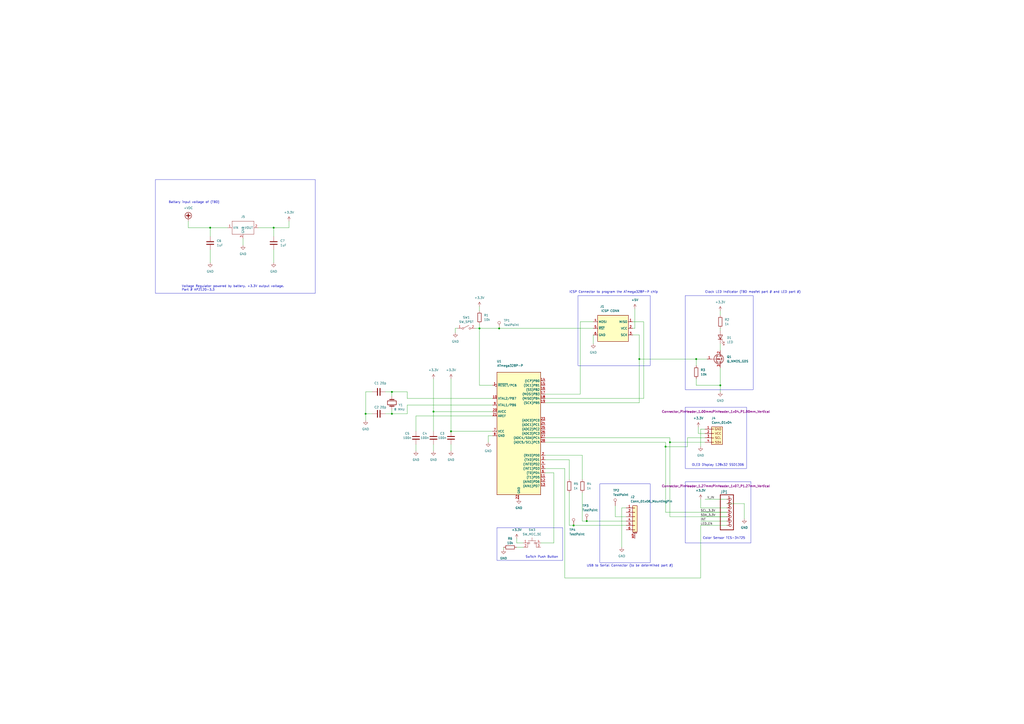
<source format=kicad_sch>
(kicad_sch (version 20230121) (generator eeschema)
  (paper "A2")
  (lib_symbols
    (symbol "Adafruit TCS34725-eagle-import:HEADER-1X770MIL"
      (property "Reference" "JP" (at -6.35 10.795 0))
      (symbol "HEADER-1X770MIL_1_0"
        (polyline (pts (xy -6.35 -10.16) (xy 1.27 -10.16)) (stroke (width 0.4064)))
        (polyline (pts (xy -6.35 10.16) (xy -6.35 -10.16)) (stroke (width 0.4064)))
        (polyline (pts (xy 1.27 -10.16) (xy 1.27 10.16)) (stroke (width 0.4064)))
        (polyline (pts (xy 1.27 10.16) (xy -6.35 10.16)) (stroke (width 0.4064)))
        (pin passive inverted (at -2.54 7.62 0) (length 2.54) (name "1") (number "1"))
        (pin passive inverted (at -2.54 5.08 0) (length 2.54) (name "2") (number "2"))
        (pin passive inverted (at -2.54 2.54 0) (length 2.54) (name "3") (number "3"))
        (pin passive inverted (at -2.54 0 0) (length 2.54) (name "4") (number "4"))
        (pin passive inverted (at -2.54 -2.54 0) (length 2.54) (name "5") (number "5"))
        (pin passive inverted (at -2.54 -5.08 0) (length 2.54) (name "6") (number "6"))
        (pin passive inverted (at -2.54 -7.62 0) (length 2.54) (name "7") (number "7"))
      )
    )
    (symbol "Connector:Conn_PIC_ICSP_ICD"
      (property "Reference" "J1" (at -3.81 12.7 0))
      (property "Value" "ICSP CONN" (at 5.08 10.16 0))
      (symbol "Conn_PIC_ICSP_ICD_0_1"
        (rectangle (start -7.62 7.62) (end 10.16 -7.62) (stroke (width 0.254)) (fill (type background)))
      )
      (symbol "Conn_PIC_ICSP_ICD_1_1"
        (pin bidirectional line (at 12.7 3.81 180) (length 2.54) (name "MISO") (number "1"))
        (pin output line (at 12.7 0 180) (length 2.54) (name "VCC") (number "2"))
        (pin output line (at 12.7 -3.81 180) (length 2.54) (name "SCK") (number "3"))
        (pin bidirectional line (at -10.16 3.81 0) (length 2.54) (name "MOSI") (number "4"))
        (pin output line (at -10.16 0 0) (length 2.54) (name "~{RST}") (number "5"))
        (pin output line (at -10.16 -3.81 0) (length 2.54) (name "GND") (number "6"))
      )
    )
    (symbol "Connector:TestPoint" (pin_numbers hide) (pin_names (offset 0.762) hide)
      (property "Reference" "TP" (at 0 6.858 0))
      (property "Value" "TestPoint" (at 0 5.08 0))
      (symbol "TestPoint_0_1"
        (circle (center 0 3.302) (radius 0.762))
      )
      (symbol "TestPoint_1_1"
        (pin passive line (at 0 0 90) (length 2.54) (name "1") (number "1"))
      )
    )
    (symbol "Connector_Generic:Conn_01x04" (pin_names (offset 1.016) hide)
      (property "Reference" "J4" (at -1.27 8.89 0))
      (property "Value" "Conn_01x04" (at -1.27 6.35 0))
      (symbol "Conn_01x04_1_1"
        (rectangle (start -1.27 -4.953) (end 0 -5.207) (stroke (width 0.1524)))
        (rectangle (start -1.27 -2.413) (end 0 -2.667) (stroke (width 0.1524)))
        (rectangle (start -1.27 0.127) (end 0 -0.127) (stroke (width 0.1524)))
        (rectangle (start -1.27 2.667) (end 0 2.413) (stroke (width 0.1524)))
        (rectangle (start -1.27 3.81) (end 5.08 -6.35) (stroke (width 0.254)) (fill (type background)))
        (text "GND" (at 2.54 2.54 0) (effects (font (size 1.27 1.27))))
        (text "SCL\n" (at 2.54 -2.54 0) (effects (font (size 1.27 1.27))))
        (text "SDA" (at 2.54 -5.08 0) (effects (font (size 1.27 1.27))))
        (text "VCC" (at 2.54 0 0) (effects (font (size 1.27 1.27))))
        (pin passive line (at -5.08 2.54 0) (length 3.81) (name "Pin_1") (number "1"))
        (pin passive line (at -5.08 0 0) (length 3.81) (name "Pin_2") (number "2"))
        (pin passive line (at -5.08 -2.54 0) (length 3.81) (name "Pin_3") (number "3"))
        (pin passive line (at -5.08 -5.08 0) (length 3.81) (name "Pin_4") (number "4"))
      )
    )
    (symbol "Connector_Generic_MountingPin:Conn_01x06_MountingPin" (pin_names (offset 1.016) hide)
      (property "Reference" "J" (at 0 7.62 0))
      (property "Value" "Conn_01x06_MountingPin" (at 1.27 -10.16 0))
      (symbol "Conn_01x06_MountingPin_1_1"
        (rectangle (start -1.27 -7.493) (end 0 -7.747) (stroke (width 0.1524)))
        (rectangle (start -1.27 -4.953) (end 0 -5.207) (stroke (width 0.1524)))
        (rectangle (start -1.27 -2.413) (end 0 -2.667) (stroke (width 0.1524)))
        (rectangle (start -1.27 0.127) (end 0 -0.127) (stroke (width 0.1524)))
        (rectangle (start -1.27 2.667) (end 0 2.413) (stroke (width 0.1524)))
        (rectangle (start -1.27 5.207) (end 0 4.953) (stroke (width 0.1524)))
        (rectangle (start -1.27 6.35) (end 1.27 -8.89) (stroke (width 0.254)) (fill (type background)))
        (polyline (pts (xy -1.016 -9.652) (xy 1.016 -9.652)) (stroke (width 0.1524)))
        (text "Mounting" (at 0 -9.271 0) (effects (font (size 0.381 0.381))))
        (pin passive line (at -5.08 5.08 0) (length 3.81) (name "Pin_1") (number "1"))
        (pin passive line (at -5.08 2.54 0) (length 3.81) (name "Pin_2") (number "2"))
        (pin passive line (at -5.08 0 0) (length 3.81) (name "Pin_3") (number "3"))
        (pin passive line (at -5.08 -2.54 0) (length 3.81) (name "Pin_4") (number "4"))
        (pin passive line (at -5.08 -5.08 0) (length 3.81) (name "Pin_5") (number "5"))
        (pin passive line (at -5.08 -7.62 0) (length 3.81) (name "Pin_6") (number "6"))
        (pin passive line (at 0 -12.7 90) (length 3.048) (name "MountPin") (number "MP"))
      )
    )
    (symbol "Device:C" (pin_numbers hide) (pin_names (offset 0.254))
      (property "Reference" "C" (at 0.635 2.54 0))
      (property "Value" "C" (at 0.635 -2.54 0))
      (symbol "C_0_1"
        (polyline (pts (xy -2.032 -0.762) (xy 2.032 -0.762)) (stroke (width 0.508)))
        (polyline (pts (xy -2.032 0.762) (xy 2.032 0.762)) (stroke (width 0.508)))
      )
      (symbol "C_1_1"
        (pin passive line (at 0 3.81 270) (length 2.794) (name "~") (number "1"))
        (pin passive line (at 0 -3.81 90) (length 2.794) (name "~") (number "2"))
      )
    )
    (symbol "Device:Crystal" (pin_numbers hide) (pin_names (offset 1.016) hide)
      (property "Reference" "Y" (at 0 3.81 0))
      (property "Value" "Crystal" (at 0 -3.81 0))
      (symbol "Crystal_0_1"
        (rectangle (start -1.143 2.54) (end 1.143 -2.54) (stroke (width 0.3048)))
        (polyline (pts (xy -2.54 0) (xy -1.905 0)))
        (polyline (pts (xy -1.905 -1.27) (xy -1.905 1.27)) (stroke (width 0.508)))
        (polyline (pts (xy 1.905 -1.27) (xy 1.905 1.27)) (stroke (width 0.508)))
        (polyline (pts (xy 2.54 0) (xy 1.905 0)))
      )
      (symbol "Crystal_1_1"
        (pin passive line (at -3.81 0 0) (length 1.27) (name "1") (number "1"))
        (pin passive line (at 3.81 0 180) (length 1.27) (name "2") (number "2"))
      )
    )
    (symbol "Device:LED" (pin_numbers hide) (pin_names (offset 1.016) hide)
      (property "Reference" "D" (at 0 2.54 0))
      (property "Value" "LED" (at 0 -2.54 0))
      (symbol "LED_0_1"
        (polyline (pts (xy -1.27 -1.27) (xy -1.27 1.27)) (stroke (width 0.254)))
        (polyline (pts (xy -1.27 0) (xy 1.27 0)))
        (polyline (pts (xy 1.27 -1.27) (xy 1.27 1.27) (xy -1.27 0) (xy 1.27 -1.27)) (stroke (width 0.254)))
        (polyline (pts (xy -3.048 -0.762) (xy -4.572 -2.286) (xy -3.81 -2.286) (xy -4.572 -2.286) (xy -4.572 -1.524)))
        (polyline (pts (xy -1.778 -0.762) (xy -3.302 -2.286) (xy -2.54 -2.286) (xy -3.302 -2.286) (xy -3.302 -1.524)))
      )
      (symbol "LED_1_1"
        (pin passive line (at -3.81 0 0) (length 2.54) (name "K") (number "1"))
        (pin passive line (at 3.81 0 180) (length 2.54) (name "A") (number "2"))
      )
    )
    (symbol "Device:Q_NMOS_GDS" (pin_names (offset 0) hide)
      (property "Reference" "Q" (at 5.08 1.27 0))
      (property "Value" "Q_NMOS_GDS" (at 5.08 -1.27 0))
      (symbol "Q_NMOS_GDS_0_1"
        (polyline (pts (xy 0.254 0) (xy -2.54 0)))
        (polyline (pts (xy 0.254 1.905) (xy 0.254 -1.905)) (stroke (width 0.254)))
        (polyline (pts (xy 0.762 -1.27) (xy 0.762 -2.286)) (stroke (width 0.254)))
        (polyline (pts (xy 0.762 0.508) (xy 0.762 -0.508)) (stroke (width 0.254)))
        (polyline (pts (xy 0.762 2.286) (xy 0.762 1.27)) (stroke (width 0.254)))
        (polyline (pts (xy 2.54 2.54) (xy 2.54 1.778)))
        (polyline (pts (xy 2.54 -2.54) (xy 2.54 0) (xy 0.762 0)))
        (polyline (pts (xy 0.762 -1.778) (xy 3.302 -1.778) (xy 3.302 1.778) (xy 0.762 1.778)))
        (polyline (pts (xy 1.016 0) (xy 2.032 0.381) (xy 2.032 -0.381) (xy 1.016 0)) (fill (type outline)))
        (polyline (pts (xy 2.794 0.508) (xy 2.921 0.381) (xy 3.683 0.381) (xy 3.81 0.254)))
        (polyline (pts (xy 3.302 0.381) (xy 2.921 -0.254) (xy 3.683 -0.254) (xy 3.302 0.381)))
        (circle (center 1.651 0) (radius 2.794) (stroke (width 0.254)))
        (circle (center 2.54 -1.778) (radius 0.254) (fill (type outline)))
        (circle (center 2.54 1.778) (radius 0.254) (fill (type outline)))
      )
      (symbol "Q_NMOS_GDS_1_1"
        (pin input line (at -5.08 0 0) (length 2.54) (name "G") (number "1"))
        (pin passive line (at 2.54 5.08 270) (length 2.54) (name "D") (number "2"))
        (pin passive line (at 2.54 -5.08 90) (length 2.54) (name "S") (number "3"))
      )
    )
    (symbol "Device:R" (pin_numbers hide) (pin_names (offset 0))
      (property "Reference" "R" (at 2.032 0 90))
      (property "Value" "R" (at 0 0 90))
      (symbol "R_0_1"
        (rectangle (start -1.016 -2.54) (end 1.016 2.54) (stroke (width 0.254)))
      )
      (symbol "R_1_1"
        (pin passive line (at 0 3.81 270) (length 1.27) (name "~") (number "1"))
        (pin passive line (at 0 -3.81 90) (length 1.27) (name "~") (number "2"))
      )
    )
    (symbol "MCU_Microchip_ATmega:ATmega328P-P"
      (property "Reference" "U1" (at -19.05 41.91 0))
      (property "Value" "ATmega328P-P" (at -20.32 39.37 0))
      (symbol "ATmega328P-P_0_1"
        (rectangle (start -12.7 35.56) (end 12.7 -35.56) (stroke (width 0.254)) (fill (type background)))
      )
      (symbol "ATmega328P-P_1_1"
        (pin bidirectional inverted (at -15.24 27.94 0) (length 2.54) (name "~{RESET}/PC6") (number "1"))
        (pin bidirectional line (at -15.24 20.32 0) (length 2.54) (name "XTAL2/PB7") (number "10"))
        (pin bidirectional line (at 15.24 -25.4 180) (length 2.54) (name "(T1)PD5") (number "11"))
        (pin bidirectional line (at 15.24 -27.94 180) (length 2.54) (name "(AIN0)PD6") (number "12"))
        (pin bidirectional line (at 15.24 -30.48 180) (length 2.54) (name "(AIN1)PD7") (number "13"))
        (pin bidirectional line (at 15.24 30.48 180) (length 2.54) (name "(ICP)PB0") (number "14"))
        (pin bidirectional line (at 15.24 27.94 180) (length 2.54) (name "(OC1)PB1") (number "15"))
        (pin bidirectional line (at 15.24 25.4 180) (length 2.54) (name "(SS)PB2") (number "16"))
        (pin bidirectional line (at 15.24 22.86 180) (length 2.54) (name "(MOSI)PB3") (number "17"))
        (pin bidirectional line (at 15.24 20.32 180) (length 2.54) (name "(MISO)PB4") (number "18"))
        (pin bidirectional line (at 15.24 17.78 180) (length 2.54) (name "(SCK)PB5") (number "19"))
        (pin bidirectional line (at 15.24 -12.7 180) (length 2.54) (name "(RXD)PD0") (number "2"))
        (pin power_in line (at -15.24 12.7 0) (length 2.54) (name "AVCC") (number "20"))
        (pin passive line (at -15.24 10.16 0) (length 2.54) (name "AREF") (number "21"))
        (pin passive line (at 0 -38.1 90) (length 2.54) (name "GND") (number "22"))
        (pin bidirectional line (at 15.24 7.62 180) (length 2.54) (name "(ADC0)PC0") (number "23"))
        (pin bidirectional line (at 15.24 5.08 180) (length 2.54) (name "(ADC1)PC1") (number "24"))
        (pin bidirectional line (at 15.24 2.54 180) (length 2.54) (name "(ADC2)PC2") (number "25"))
        (pin bidirectional line (at 15.24 0 180) (length 2.54) (name "(ADC3)PC3") (number "26"))
        (pin bidirectional line (at 15.24 -2.54 180) (length 2.54) (name "(ADC4/SDA)PC4") (number "27"))
        (pin bidirectional line (at 15.24 -5.08 180) (length 2.54) (name "(ADC5/SCL)PC5") (number "28"))
        (pin bidirectional line (at 15.24 -15.24 180) (length 2.54) (name "(TXD)PD1") (number "3"))
        (pin bidirectional line (at 15.24 -17.78 180) (length 2.54) (name "(INT0)PD2") (number "4"))
        (pin bidirectional line (at 15.24 -20.32 180) (length 2.54) (name "(INT1)PD3") (number "5"))
        (pin bidirectional line (at 15.24 -22.86 180) (length 2.54) (name "(T0)PD4") (number "6"))
        (pin power_in line (at -15.24 1.27 0) (length 2.54) (name "VCC") (number "7"))
        (pin power_in line (at -15.24 -1.27 0) (length 2.54) (name "GND") (number "8"))
        (pin bidirectional line (at -15.24 16.51 0) (length 2.54) (name "XTAL1/PB6") (number "9"))
      )
    )
    (symbol "Regulator_Linear:AP2120-3.3"
      (property "Reference" "J" (at 0 8.89 0))
      (symbol "AP2120-3.3_0_1"
        (rectangle (start -6.35 3.81) (end 6.35 -3.81))
      )
      (symbol "AP2120-3.3_1_1"
        (pin input line (at -8.89 0 0) (length 2.54) (name "VIN") (number "1"))
        (pin input line (at 8.89 0 180) (length 2.54) (name "VOUT") (number "2"))
        (pin input line (at 0 -6.35 90) (length 2.54) (name "GND") (number "3"))
      )
    )
    (symbol "Switch:SW_MEC_5E" (pin_names (offset 1.016) hide)
      (property "Reference" "SW" (at 0.635 5.715 0))
      (property "Value" "SW_MEC_5E" (at 0 -3.175 0))
      (symbol "SW_MEC_5E_0_1"
        (circle (center -1.778 2.54) (radius 0.508))
        (polyline (pts (xy -2.286 3.81) (xy 2.286 3.81)))
        (polyline (pts (xy 0 3.81) (xy 0 5.588)))
        (polyline (pts (xy -2.54 0) (xy -2.54 2.54) (xy -2.286 2.54)))
        (polyline (pts (xy 2.54 0) (xy 2.54 2.54) (xy 2.286 2.54)))
        (circle (center 1.778 2.54) (radius 0.508))
        (pin passive line (at -5.08 2.54 0) (length 2.54) (name "1") (number "1"))
        (pin passive line (at -5.08 0 0) (length 2.54) (name "2") (number "2"))
        (pin passive line (at 5.08 0 180) (length 2.54) (name "K") (number "3"))
        (pin passive line (at 5.08 2.54 180) (length 2.54) (name "A") (number "4"))
      )
    )
    (symbol "Switch:SW_SPST" (pin_names (offset 0) hide)
      (property "Reference" "SW" (at 0 3.175 0))
      (property "Value" "SW_SPST" (at 0 -2.54 0))
      (symbol "SW_SPST_0_0"
        (circle (center -2.032 0) (radius 0.508))
        (polyline (pts (xy -1.524 0.254) (xy 1.524 1.778)))
        (circle (center 2.032 0) (radius 0.508))
      )
      (symbol "SW_SPST_1_1"
        (pin passive line (at -5.08 0 0) (length 2.54) (name "A") (number "1"))
        (pin passive line (at 5.08 0 180) (length 2.54) (name "B") (number "2"))
      )
    )
    (symbol "power:+3.3V" (power) (pin_names (offset 0))
      (property "Value" "+3.3V" (at 0 3.556 0))
      (symbol "+3.3V_0_1"
        (polyline (pts (xy -0.762 1.27) (xy 0 2.54)))
        (polyline (pts (xy 0 0) (xy 0 2.54)))
        (polyline (pts (xy 0 2.54) (xy 0.762 1.27)))
      )
      (symbol "+3.3V_1_1"
        (pin power_in line (at 0 0 90) (length 0) hide (name "+3.3V") (number "1"))
      )
    )
    (symbol "power:+5V" (power) (pin_names (offset 0))
      (property "Value" "+5V" (at 0 3.556 0))
      (symbol "+5V_0_1"
        (polyline (pts (xy -0.762 1.27) (xy 0 2.54)))
        (polyline (pts (xy 0 0) (xy 0 2.54)))
        (polyline (pts (xy 0 2.54) (xy 0.762 1.27)))
      )
      (symbol "+5V_1_1"
        (pin power_in line (at 0 0 90) (length 0) hide (name "+5V") (number "1"))
      )
    )
    (symbol "power:+VDC" (power) (pin_names (offset 0))
      (property "Value" "+VDC" (at 0 6.35 0))
      (symbol "+VDC_0_1"
        (polyline (pts (xy -1.143 3.175) (xy 1.143 3.175)) (stroke (width 0.508)))
        (polyline (pts (xy 0 0) (xy 0 1.27)))
        (polyline (pts (xy 0 2.032) (xy 0 4.318)) (stroke (width 0.508)))
        (circle (center 0 3.175) (radius 1.905) (stroke (width 0.254)))
      )
      (symbol "+VDC_1_1"
        (pin power_in line (at 0 0 90) (length 0) hide (name "+VDC") (number "1"))
      )
    )
    (symbol "power:GND" (power) (pin_names (offset 0))
      (property "Value" "GND" (at 0 -3.81 0))
      (symbol "GND_0_1"
        (polyline (pts (xy 0 0) (xy 0 -1.27) (xy 1.27 -1.27) (xy 0 -2.54) (xy -1.27 -1.27) (xy 0 -1.27)))
      )
      (symbol "GND_1_1"
        (pin power_in line (at 0 0 270) (length 0) hide (name "GND") (number "1"))
      )
    )
  )
  (junction (at 403.86 208.28))
  (junction (at 227.33 227.33))
  (junction (at 227.33 240.03))
  (junction (at 417.83 223.52))
  (junction (at 386.08 259.08))
  (junction (at 121.92 132.08))
  (junction (at 212.09 240.03))
  (junction (at 261.62 250.19))
  (junction (at 278.13 190.5))
  (junction (at 340.36 302.26))
  (junction (at 388.62 256.54))
  (junction (at 370.84 208.28))
  (junction (at 251.46 238.76))
  (junction (at 332.74 304.8))
  (junction (at 289.56 190.5))
  (junction (at 158.75 132.08))
  (wire (pts (xy 132.08 132.08) (xy 121.92 132.08)))
  (wire (pts (xy 223.52 240.03) (xy 227.33 240.03)))
  (wire (pts (xy 285.75 252.73) (xy 283.21 252.73)))
  (wire (pts (xy 316.23 271.78) (xy 327.66 271.78)))
  (wire (pts (xy 370.84 208.28) (xy 370.84 233.68)))
  (wire (pts (xy 367.03 194.31) (xy 370.84 194.31)))
  (wire (pts (xy 299.72 317.5) (xy 303.53 317.5)))
  (wire (pts (xy 330.2 304.8) (xy 332.74 304.8)))
  (wire (pts (xy 332.74 304.8) (xy 363.22 304.8)))
  (wire (pts (xy 344.17 194.31) (xy 344.17 199.39)))
  (wire (pts (xy 299.72 312.42) (xy 299.72 314.96)))
  (wire (pts (xy 388.62 256.54) (xy 388.62 254)))
  (wire (pts (xy 386.08 297.18) (xy 421.64 297.18)))
  (wire (pts (xy 356.87 293.37) (xy 356.87 299.72)))
  (wire (pts (xy 292.1 317.5) (xy 292.1 318.77)))
  (wire (pts (xy 373.38 231.14) (xy 373.38 186.69)))
  (wire (pts (xy 158.75 144.78) (xy 158.75 152.4)))
  (wire (pts (xy 236.22 231.14) (xy 236.22 227.33)))
  (wire (pts (xy 251.46 257.81) (xy 251.46 261.62)))
  (wire (pts (xy 388.62 299.72) (xy 421.64 299.72)))
  (wire (pts (xy 327.66 271.78) (xy 327.66 335.28)))
  (wire (pts (xy 121.92 144.78) (xy 121.92 152.4)))
  (wire (pts (xy 283.21 252.73) (xy 283.21 256.54)))
  (wire (pts (xy 330.2 285.75) (xy 330.2 304.8)))
  (wire (pts (xy 417.83 199.39) (xy 417.83 203.2)))
  (wire (pts (xy 367.03 190.5) (xy 368.3 190.5)))
  (wire (pts (xy 340.36 302.26) (xy 363.22 302.26)))
  (wire (pts (xy 327.66 335.28) (xy 406.4 335.28)))
  (wire (pts (xy 368.3 179.07) (xy 368.3 190.5)))
  (wire (pts (xy 398.78 259.08) (xy 398.78 254)))
  (wire (pts (xy 406.4 248.92) (xy 406.4 259.08)))
  (wire (pts (xy 403.86 208.28) (xy 410.21 208.28)))
  (wire (pts (xy 275.59 190.5) (xy 278.13 190.5)))
  (wire (pts (xy 370.84 194.31) (xy 370.84 208.28)))
  (wire (pts (xy 406.4 302.26) (xy 421.64 302.26)) (stroke (width 0.1524)))
  (wire (pts (xy 236.22 240.03) (xy 236.22 234.95)))
  (wire (pts (xy 227.33 227.33) (xy 227.33 229.87)))
  (wire (pts (xy 316.23 231.14) (xy 373.38 231.14)))
  (wire (pts (xy 251.46 238.76) (xy 285.75 238.76)))
  (wire (pts (xy 386.08 259.08) (xy 386.08 256.54)))
  (wire (pts (xy 227.33 227.33) (xy 236.22 227.33)))
  (wire (pts (xy 403.86 208.28) (xy 403.86 212.09)))
  (wire (pts (xy 417.83 190.5) (xy 417.83 191.77)))
  (wire (pts (xy 158.75 132.08) (xy 158.75 137.16)))
  (wire (pts (xy 330.2 266.7) (xy 316.23 266.7)))
  (wire (pts (xy 264.16 190.5) (xy 264.16 193.04)))
  (wire (pts (xy 408.94 289.56) (xy 421.64 289.56)) (stroke (width 0.1524)))
  (wire (pts (xy 421.64 304.8) (xy 406.4 304.8)) (stroke (width 0.1524)))
  (wire (pts (xy 421.64 294.64) (xy 406.4 294.64)) (stroke (width 0.1524)))
  (wire (pts (xy 303.53 314.96) (xy 299.72 314.96)))
  (wire (pts (xy 403.86 223.52) (xy 417.83 223.52)))
  (wire (pts (xy 370.84 208.28) (xy 403.86 208.28)))
  (wire (pts (xy 356.87 299.72) (xy 363.22 299.72)))
  (wire (pts (xy 386.08 259.08) (xy 398.78 259.08)))
  (wire (pts (xy 251.46 238.76) (xy 251.46 250.19)))
  (wire (pts (xy 388.62 254) (xy 316.23 254)))
  (wire (pts (xy 149.86 132.08) (xy 158.75 132.08)))
  (wire (pts (xy 417.83 180.34) (xy 417.83 182.88)))
  (wire (pts (xy 316.23 264.16) (xy 337.82 264.16)))
  (wire (pts (xy 236.22 234.95) (xy 285.75 234.95)))
  (wire (pts (xy 337.82 264.16) (xy 337.82 278.13)))
  (wire (pts (xy 360.68 294.64) (xy 360.68 317.5)))
  (wire (pts (xy 406.4 294.64) (xy 406.4 289.56)) (stroke (width 0.1524)))
  (wire (pts (xy 373.38 186.69) (xy 367.03 186.69)))
  (wire (pts (xy 212.09 227.33) (xy 212.09 240.03)))
  (wire (pts (xy 431.8 292.1) (xy 431.8 300.99)) (stroke (width 0.1524)))
  (wire (pts (xy 336.55 186.69) (xy 344.17 186.69)))
  (wire (pts (xy 121.92 132.08) (xy 121.92 137.16)))
  (wire (pts (xy 336.55 228.6) (xy 336.55 186.69)))
  (wire (pts (xy 421.64 299.72) (xy 406.4 299.72)) (stroke (width 0.1524)))
  (wire (pts (xy 386.08 256.54) (xy 316.23 256.54)))
  (wire (pts (xy 406.4 335.28) (xy 406.4 304.8)))
  (wire (pts (xy 241.3 257.81) (xy 241.3 261.62)))
  (wire (pts (xy 215.9 227.33) (xy 212.09 227.33)))
  (wire (pts (xy 251.46 219.71) (xy 251.46 238.76)))
  (wire (pts (xy 337.82 302.26) (xy 340.36 302.26)))
  (wire (pts (xy 278.13 223.52) (xy 285.75 223.52)))
  (wire (pts (xy 289.56 190.5) (xy 344.17 190.5)))
  (wire (pts (xy 285.75 231.14) (xy 236.22 231.14)))
  (wire (pts (xy 285.75 250.19) (xy 261.62 250.19)))
  (wire (pts (xy 403.86 223.52) (xy 403.86 219.71)))
  (wire (pts (xy 167.64 128.27) (xy 167.64 132.08)))
  (wire (pts (xy 109.22 128.27) (xy 109.22 132.08)))
  (wire (pts (xy 417.83 213.36) (xy 417.83 223.52)))
  (wire (pts (xy 316.23 274.32) (xy 321.31 274.32)))
  (wire (pts (xy 363.22 294.64) (xy 360.68 294.64)))
  (wire (pts (xy 241.3 241.3) (xy 241.3 250.19)))
  (wire (pts (xy 109.22 132.08) (xy 121.92 132.08)))
  (wire (pts (xy 278.13 190.5) (xy 289.56 190.5)))
  (wire (pts (xy 278.13 177.8) (xy 278.13 180.34)))
  (wire (pts (xy 278.13 187.96) (xy 278.13 190.5)))
  (wire (pts (xy 386.08 259.08) (xy 386.08 297.18)))
  (wire (pts (xy 261.62 257.81) (xy 261.62 261.62)))
  (wire (pts (xy 388.62 299.72) (xy 388.62 256.54)))
  (wire (pts (xy 408.94 248.92) (xy 406.4 248.92)))
  (wire (pts (xy 158.75 132.08) (xy 167.64 132.08)))
  (wire (pts (xy 405.13 247.65) (xy 405.13 251.46)))
  (wire (pts (xy 321.31 274.32) (xy 321.31 314.96)))
  (wire (pts (xy 227.33 237.49) (xy 227.33 240.03)))
  (wire (pts (xy 261.62 219.71) (xy 261.62 250.19)))
  (wire (pts (xy 398.78 254) (xy 408.94 254)))
  (wire (pts (xy 408.94 251.46) (xy 405.13 251.46)))
  (wire (pts (xy 265.43 190.5) (xy 264.16 190.5)))
  (wire (pts (xy 370.84 233.68) (xy 316.23 233.68)))
  (wire (pts (xy 313.69 314.96) (xy 321.31 314.96)))
  (wire (pts (xy 227.33 240.03) (xy 236.22 240.03)))
  (wire (pts (xy 330.2 266.7) (xy 330.2 278.13)))
  (wire (pts (xy 285.75 241.3) (xy 241.3 241.3)))
  (wire (pts (xy 421.64 292.1) (xy 431.8 292.1)) (stroke (width 0.1524)))
  (wire (pts (xy 316.23 228.6) (xy 336.55 228.6)))
  (wire (pts (xy 223.52 227.33) (xy 227.33 227.33)))
  (wire (pts (xy 388.62 256.54) (xy 408.94 256.54)))
  (wire (pts (xy 417.83 223.52) (xy 417.83 227.33)))
  (wire (pts (xy 337.82 285.75) (xy 337.82 302.26)))
  (wire (pts (xy 140.97 138.43) (xy 140.97 142.24)))
  (wire (pts (xy 421.64 297.18) (xy 406.4 297.18)) (stroke (width 0.1524)))
  (wire (pts (xy 212.09 240.03) (xy 215.9 240.03)))
  (wire (pts (xy 278.13 190.5) (xy 278.13 223.52)))
  (wire (pts (xy 212.09 240.03) (xy 212.09 243.84)))
  (rectangle (start 288.29 306.07) (end 326.39 325.12))
  (rectangle (start 397.51 236.22) (end 433.07 271.78))
  (rectangle (start 347.98 280.67) (end 377.19 326.39))
  (rectangle (start 397.51 279.4) (end 435.61 314.96))
  (rectangle (start 90.17 104.14) (end 182.88 170.18))
  (rectangle (start 335.28 171.45) (end 377.19 212.09))
  (rectangle (start 397.51 171.45) (end 436.88 226.06))
  (text "ICSP Connector to program the ATmega328P-P chip" (at 330.2 170.18 0) (effects (font (size 1.27 1.27)) (justify left bottom)))
  (text "OLED Display 128x32 SSD1306\n" (at 401.32 270.51 0) (effects (font (size 1.27 1.27)) (justify left bottom)))
  (text "Color Sensor TCS-34725 \n\n" (at 407.67 314.96 0) (effects (font (size 1.27 1.27)) (justify left bottom)))
  (text "USB to Serial Connector (to be determined part #)\n" (at 340.36 328.93 0) (effects (font (size 1.27 1.27)) (justify left bottom)))
  (text "Switch Push Button" (at 304.8 323.85 0) (effects (font (size 1.27 1.27)) (justify left bottom)))
  (text "Battary input voltage of (TBD)" (at 97.79 118.11 0) (effects (font (size 1.27 1.27)) (justify left bottom)))
  (text "Clock LED Indicator (TBD mosfet part # and LED part #)" (at 408.94 170.18 0) (effects (font (size 1.27 1.27)) (justify left bottom)))
  (text "Voltage Regulator powered by battery. +3.3V output voltage.\nPart # AP2120-3.3" (at 105.41 168.91 0) (effects (font (size 1.27 1.27)) (justify left bottom)))
  (label "SCL_3.3V" (at 406.4 297.18 0) (effects (font (size 1.2446 1.2446))))
  (label "LED_EN" (at 406.4 304.8 0) (effects (font (size 1.2446 1.2446))))
  (label "INT" (at 406.4 302.26 0) (effects (font (size 1.2446 1.2446))))
  (label "SDA_3.3V" (at 406.4 299.72 0) (effects (font (size 1.2446 1.2446))))
  (label "V_IN" (at 410.21 289.56 0) (effects (font (size 1.2446 1.2446))))
  (symbol (lib_id "power:GND") (at 431.8 300.99 0) (unit 1)
    (property "Reference" "#PWR017" (effects hide))
    (property "Value" "GND" (at 431.8 306.07 0))
  )
  (symbol (lib_id "Device:R") (at 295.91 317.5 90) (unit 1)
    (property "Reference" "R6" (at 295.91 312.42 90))
    (property "Value" "10k" (at 295.91 314.96 90))
    (property "Footprint" "Resistor_SMD:R_1206_3216Metric" (effects hide))
  )
  (symbol (lib_id "Device:R") (at 330.2 281.94 0) (unit 1)
    (property "Reference" "R5" (at 332.74 280.67 0) (effects (justify left)))
    (property "Value" "1k" (at 332.74 283.21 0) (effects (justify left)))
    (property "Footprint" "Resistor_SMD:R_1206_3216Metric" (effects hide))
  )
  (symbol (lib_id "Device:Crystal") (at 227.33 233.68 90) (unit 1)
    (property "Reference" "Y1" (at 231.14 234.95 90) (effects (justify right)))
    (property "Value" "8 MHz" (at 228.6 237.49 90) (effects (justify right)))
    (property "Footprint" "footprints:ATS08A-E_CTS" (effects hide))
  )
  (symbol (lib_id "Connector:TestPoint") (at 340.36 302.26 0) (unit 1)
    (property "Reference" "TP3" (at 337.82 293.37 0) (effects (justify left)))
    (property "Value" "TestPoint" (at 337.82 295.91 0) (effects (justify left)))
    (property "Footprint" "Connector_PinHeader_1.00mm:PinHeader_1x01_P1.00mm_Vertical" (effects hide))
  )
  (symbol (lib_id "Device:LED") (at 417.83 195.58 90) (unit 1)
    (property "Reference" "D1" (at 421.64 195.8975 90) (effects (justify right)))
    (property "Value" "LED" (at 421.64 198.4375 90) (effects (justify right)))
    (property "Footprint" "LED_SMD:LED_0805_2012Metric_Pad1.15x1.40mm_HandSolder" (effects hide))
  )
  (symbol (lib_id "power:GND") (at 241.3 261.62 0) (unit 1)
    (property "Reference" "#PWR09" (effects hide))
    (property "Value" "GND" (at 241.3 266.7 0))
  )
  (symbol (lib_id "Connector:Conn_PIC_ICSP_ICD") (at 354.33 190.5 0) (unit 1)
    (property "Reference" "J1" (at 350.52 177.8 0) (effects (justify right)))
    (property "Value" "ICSP CONN" (at 359.41 180.34 0) (effects (justify right)))
    (property "Footprint" "Connector_PinHeader_1.00mm:PinHeader_2x03_P1.00mm_Vertical" (effects hide))
    (property "Datasheet" "http://ww1.microchip.com/downloads/en/devicedoc/30277d.pdf" (effects hide))
  )
  (symbol (lib_id "Switch:SW_SPST") (at 270.51 190.5 0) (unit 1)
    (property "Reference" "SW1" (at 270.51 184.15 0))
    (property "Value" "SW_SPST" (at 270.51 186.69 0))
    (property "Footprint" "Button_Switch_THT:SW_PUSH_6mm" (effects hide))
  )
  (symbol (lib_id "power:GND") (at 121.92 152.4 0) (unit 1)
    (property "Reference" "#PWR021" (effects hide))
    (property "Value" "GND" (at 121.92 157.48 0))
  )
  (symbol (lib_id "Device:Q_NMOS_GDS") (at 415.29 208.28 0) (unit 1)
    (property "Reference" "Q1" (at 421.64 207.01 0) (effects (justify left)))
    (property "Value" "Q_NMOS_GDS" (at 421.64 209.55 0) (effects (justify left)))
    (property "Footprint" "Package_TO_SOT_SMD:SOT-323_SC-70_Handsoldering" (effects hide))
  )
  (symbol (lib_id "power:+3.3V") (at 405.13 247.65 0) (unit 1)
    (property "Reference" "#PWR019" (effects hide))
    (property "Value" "+3.3V" (at 405.13 242.57 0))
  )
  (symbol (lib_id "Connector:TestPoint") (at 332.74 304.8 0) (unit 1)
    (property "Reference" "TP4" (at 330.2 307.34 0) (effects (justify left)))
    (property "Value" "TestPoint" (at 330.2 309.88 0) (effects (justify left)))
    (property "Footprint" "Connector_PinHeader_1.00mm:PinHeader_1x01_P1.00mm_Vertical" (effects hide))
  )
  (symbol (lib_id "power:+3.3V") (at 417.83 180.34 0) (unit 1)
    (property "Reference" "#PWR013" (effects hide))
    (property "Value" "+3.3V" (at 417.83 175.26 0))
  )
  (symbol (lib_id "power:GND") (at 251.46 261.62 0) (unit 1)
    (property "Reference" "#PWR08" (effects hide))
    (property "Value" "GND" (at 251.46 266.7 0))
  )
  (symbol (lib_id "MCU_Microchip_ATmega:ATmega328P-P") (at 300.99 251.46 0) (unit 1)
    (property "Reference" "U1" (at 289.56 209.55 0))
    (property "Value" "ATmega328P-P" (at 295.91 212.09 0))
    (property "Footprint" "Package_DIP:DIP-28_W7.62mm" (effects hide))
    (property "Datasheet" "http://ww1.microchip.com/downloads/en/DeviceDoc/ATmega328_P%20AVR%20MCU%20with%20picoPower%20Technology%20Data%20Sheet%2040001984A.pdf" (effects hide))
  )
  (symbol (lib_id "Device:C") (at 219.71 227.33 90) (unit 1)
    (property "Reference" "C1" (at 218.44 222.25 90))
    (property "Value" "20p" (at 222.25 222.25 90))
    (property "Footprint" "Capacitor_SMD:C_1206_3216Metric_Pad1.33x1.80mm_HandSolder" (effects hide))
  )
  (symbol (lib_id "Device:R") (at 403.86 215.9 0) (unit 1)
    (property "Reference" "R3" (at 406.4 214.63 0) (effects (justify left)))
    (property "Value" "10k" (at 406.4 217.17 0) (effects (justify left)))
    (property "Footprint" "Resistor_SMD:R_1206_3216Metric" (effects hide))
  )
  (symbol (lib_id "Device:R") (at 278.13 184.15 0) (unit 1)
    (property "Reference" "R1" (at 280.67 182.88 0) (effects (justify left)))
    (property "Value" "10k" (at 280.67 185.42 0) (effects (justify left)))
    (property "Footprint" "Resistor_SMD:R_1206_3216Metric" (effects hide))
  )
  (symbol (lib_id "power:GND") (at 158.75 152.4 0) (unit 1)
    (property "Reference" "#PWR022" (effects hide))
    (property "Value" "GND" (at 158.75 157.48 0))
  )
  (symbol (lib_id "Device:C") (at 121.92 140.97 0) (unit 1)
    (property "Reference" "C6" (at 125.73 139.7 0) (effects (justify left)))
    (property "Value" "1uF" (at 125.73 142.24 0) (effects (justify left)))
    (property "Footprint" "Capacitor_SMD:C_1206_3216Metric_Pad1.33x1.80mm_HandSolder" (effects hide))
  )
  (symbol (lib_id "power:+3.3V") (at 406.4 289.56 0) (unit 1)
    (property "Reference" "#PWR016" (effects hide))
    (property "Value" "+3.3V" (at 406.4 284.48 0))
  )
  (symbol (lib_id "power:+5V") (at 368.3 179.07 0) (unit 1)
    (property "Reference" "#PWR012" (effects hide))
    (property "Value" "+5V" (at 368.3 173.99 0))
  )
  (symbol (lib_id "power:+3.3V") (at 167.64 128.27 0) (unit 1)
    (property "Reference" "#PWR024" (effects hide))
    (property "Value" "+3.3V" (at 167.64 123.19 0))
  )
  (symbol (lib_id "power:+3.3V") (at 261.62 219.71 0) (unit 1)
    (property "Reference" "#PWR05" (effects hide))
    (property "Value" "+3.3V" (at 261.62 214.63 0))
  )
  (symbol (lib_id "Adafruit TCS34725-eagle-import:HEADER-1X770MIL") (at 424.18 297.18 0) (unit 1)
    (property "Reference" "JP1" (at 417.83 286.385 0) (effects (font (size 1.778 1.5113)) (justify left bottom)))
    (property "Value" "HEADER-1X770MIL" (effects hide))
    (property "Footprint" "Connector_PinHeader_1.27mm:PinHeader_1x07_P1.27mm_Vertical" (at 415.29 281.94 0))
  )
  (symbol (lib_id "power:GND") (at 264.16 193.04 0) (unit 1)
    (property "Reference" "#PWR010" (effects hide))
    (property "Value" "GND" (at 264.16 198.12 0))
  )
  (symbol (lib_id "power:+3.3V") (at 299.72 312.42 0) (unit 1)
    (property "Reference" "#PWR026" (effects hide))
    (property "Value" "+3.3V" (at 299.72 307.34 0))
  )
  (symbol (lib_id "Device:R") (at 337.82 281.94 0) (unit 1)
    (property "Reference" "R4" (at 340.36 280.67 0) (effects (justify left)))
    (property "Value" "1k" (at 340.36 283.21 0) (effects (justify left)))
    (property "Footprint" "Resistor_SMD:R_1206_3216Metric" (effects hide))
  )
  (symbol (lib_id "Device:C") (at 241.3 254 180) (unit 1)
    (property "Reference" "C5" (at 236.22 251.46 0))
    (property "Value" "100n" (at 236.22 254 0))
    (property "Footprint" "Capacitor_SMD:C_1206_3216Metric_Pad1.33x1.80mm_HandSolder" (effects hide))
  )
  (symbol (lib_id "power:GND") (at 344.17 199.39 0) (unit 1)
    (property "Reference" "#PWR011" (effects hide))
    (property "Value" "GND" (at 344.17 204.47 0))
  )
  (symbol (lib_id "Connector:TestPoint") (at 356.87 293.37 0) (unit 1)
    (property "Reference" "TP2" (at 355.6 284.48 0) (effects (justify left)))
    (property "Value" "TestPoint" (at 355.6 287.02 0) (effects (justify left)))
    (property "Footprint" "Connector_PinHeader_1.00mm:PinHeader_1x01_P1.00mm_Vertical" (effects hide))
  )
  (symbol (lib_id "Device:C") (at 261.62 254 180) (unit 1)
    (property "Reference" "C3" (at 256.54 251.46 0))
    (property "Value" "100n" (at 256.54 254 0))
    (property "Footprint" "Capacitor_SMD:C_1206_3216Metric_Pad1.33x1.80mm_HandSolder" (effects hide))
  )
  (symbol (lib_id "Connector_Generic_MountingPin:Conn_01x06_MountingPin") (at 368.3 299.72 0) (unit 1)
    (property "Reference" "J2" (at 365.76 288.29 0) (effects (justify left)))
    (property "Value" "Conn_01x06_MountingPin" (at 365.76 290.83 0) (effects (justify left)))
    (property "Footprint" "Connector_PinHeader_2.00mm:PinHeader_1x06_P2.00mm_Vertical" (effects hide))
  )
  (symbol (lib_id "power:GND") (at 292.1 318.77 0) (unit 1)
    (property "Reference" "#PWR025" (effects hide))
    (property "Value" "GND" (at 292.1 323.85 0))
  )
  (symbol (lib_id "power:GND") (at 360.68 317.5 0) (unit 1)
    (property "Reference" "#PWR015" (effects hide))
    (property "Value" "GND" (at 360.68 322.58 0))
  )
  (symbol (lib_id "Device:C") (at 251.46 254 180) (unit 1)
    (property "Reference" "C4" (at 246.38 251.46 0))
    (property "Value" "100n" (at 246.38 254 0))
    (property "Footprint" "Capacitor_SMD:C_1206_3216Metric_Pad1.33x1.80mm_HandSolder" (effects hide))
  )
  (symbol (lib_id "power:GND") (at 140.97 142.24 0) (unit 1)
    (property "Reference" "#PWR020" (effects hide))
    (property "Value" "GND" (at 140.97 147.32 0))
  )
  (symbol (lib_id "Regulator_Linear:AP2120-3.3") (at 140.97 132.08 0) (unit 1)
    (property "Reference" "J5" (at 140.97 125.73 0))
    (property "Value" "~" (at 140.97 132.08 0))
    (property "Footprint" "Package_TO_SOT_SMD:SOT-23" (effects hide))
  )
  (symbol (lib_id "power:GND") (at 300.99 289.56 0) (unit 1)
    (property "Reference" "#PWR03" (effects hide))
    (property "Value" "GND" (at 300.99 294.64 0))
  )
  (symbol (lib_id "power:GND") (at 212.09 243.84 0) (unit 1)
    (property "Reference" "#PWR02" (effects hide))
    (property "Value" "GND" (at 212.09 248.92 0))
  )
  (symbol (lib_id "Connector_Generic:Conn_01x04") (at 414.02 251.46 0) (unit 1)
    (property "Reference" "J4" (at 412.75 242.57 0) (effects (justify left)))
    (property "Value" "Conn_01x04" (at 412.75 245.11 0) (effects (justify left)))
    (property "Footprint" "Connector_PinHeader_1.00mm:PinHeader_1x04_P1.00mm_Vertical" (at 415.29 238.76 0))
  )
  (symbol (lib_id "power:+VDC") (at 109.22 128.27 0) (unit 1)
    (property "Reference" "#PWR023" (effects hide))
    (property "Value" "+VDC" (at 109.22 120.65 0))
  )
  (symbol (lib_id "power:+3.3V") (at 251.46 219.71 0) (unit 1)
    (property "Reference" "#PWR06" (effects hide))
    (property "Value" "+3.3V" (at 251.46 214.63 0))
  )
  (symbol (lib_id "power:+3.3V") (at 278.13 177.8 0) (unit 1)
    (property "Reference" "#PWR01" (effects hide))
    (property "Value" "+3.3V" (at 278.13 172.72 0))
  )
  (symbol (lib_id "power:GND") (at 261.62 261.62 0) (unit 1)
    (property "Reference" "#PWR07" (effects hide))
    (property "Value" "GND" (at 261.62 266.7 0))
  )
  (symbol (lib_id "Connector:TestPoint") (at 289.56 190.5 0) (unit 1)
    (property "Reference" "TP1" (at 292.1 185.928 0) (effects (justify left)))
    (property "Value" "TestPoint" (at 292.1 188.468 0) (effects (justify left)))
    (property "Footprint" "Connector_PinHeader_1.00mm:PinHeader_1x01_P1.00mm_Vertical" (effects hide))
  )
  (symbol (lib_id "Device:C") (at 219.71 240.03 90) (unit 1)
    (property "Reference" "C2" (at 218.44 236.22 90))
    (property "Value" "20p" (at 222.25 236.22 90))
    (property "Footprint" "Capacitor_SMD:C_1206_3216Metric_Pad1.33x1.80mm_HandSolder" (effects hide))
  )
  (symbol (lib_id "power:GND") (at 417.83 227.33 0) (unit 1)
    (property "Reference" "#PWR014" (effects hide))
    (property "Value" "GND" (at 417.83 232.41 0))
  )
  (symbol (lib_id "power:GND") (at 283.21 256.54 0) (unit 1)
    (property "Reference" "#PWR04" (effects hide))
    (property "Value" "GND" (at 283.21 261.62 0))
  )
  (symbol (lib_id "Device:C") (at 158.75 140.97 0) (unit 1)
    (property "Reference" "C7" (at 162.56 139.7 0) (effects (justify left)))
    (property "Value" "1uF" (at 162.56 142.24 0) (effects (justify left)))
    (property "Footprint" "Capacitor_SMD:C_1206_3216Metric_Pad1.33x1.80mm_HandSolder" (effects hide))
  )
  (symbol (lib_id "Device:R") (at 417.83 186.69 0) (unit 1)
    (property "Reference" "R2" (at 420.37 185.42 0) (effects (justify left)))
    (property "Value" "1k" (at 420.37 187.96 0) (effects (justify left)))
    (property "Footprint" "Resistor_SMD:R_1206_3216Metric" (effects hide))
  )
  (symbol (lib_id "power:GND") (at 406.4 259.08 0) (unit 1)
    (property "Reference" "#PWR018" (effects hide))
    (property "Value" "GND" (at 406.4 264.16 0))
  )
  (symbol (lib_id "Switch:SW_MEC_5E") (at 308.61 317.5 0) (unit 1)
    (property "Reference" "SW3" (at 308.61 307.34 0))
    (property "Value" "SW_MEC_5E" (at 308.61 309.88 0))
    (property "Footprint" "Button_Switch_THT:SW_PUSH_6mm" (effects hide))
    (property "Datasheet" "http://www.apem.com/int/index.php?controller=attachment&id_attachment=1371" (effects hide))
  )
)
</source>
